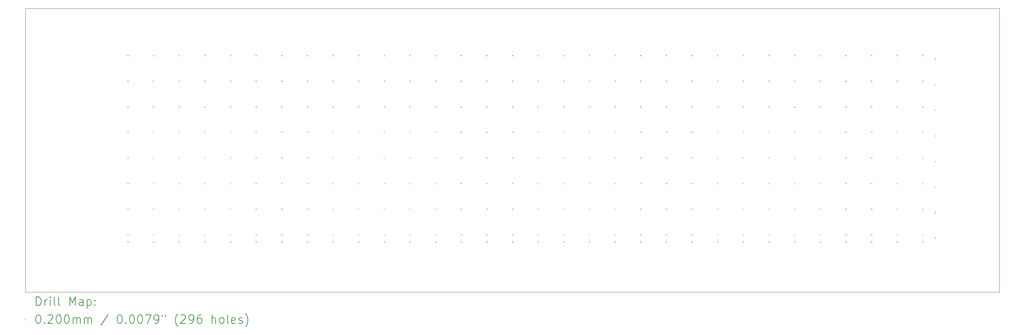
<source format=gbr>
%TF.GenerationSoftware,KiCad,Pcbnew,6.0.8+dfsg-1~bpo11+1*%
%TF.CreationDate,2023-03-24T18:57:53-04:00*%
%TF.ProjectId,captouch_sensor_baseline,63617074-6f75-4636-985f-73656e736f72,rev?*%
%TF.SameCoordinates,Original*%
%TF.FileFunction,Drillmap*%
%TF.FilePolarity,Positive*%
%FSLAX45Y45*%
G04 Gerber Fmt 4.5, Leading zero omitted, Abs format (unit mm)*
G04 Created by KiCad (PCBNEW 6.0.8+dfsg-1~bpo11+1) date 2023-03-24 18:57:53*
%MOMM*%
%LPD*%
G01*
G04 APERTURE LIST*
%ADD10C,0.100000*%
%ADD11C,0.200000*%
%ADD12C,0.020000*%
G04 APERTURE END LIST*
D10*
X4217500Y-4700000D02*
X27005000Y-4700000D01*
X27005000Y-4700000D02*
X27005000Y-11355000D01*
X27005000Y-11355000D02*
X4217500Y-11355000D01*
X4217500Y-11355000D02*
X4217500Y-4700000D01*
D11*
D12*
X6602500Y-5797500D02*
X6622500Y-5817500D01*
X6622500Y-5797500D02*
X6602500Y-5817500D01*
X6602500Y-6397500D02*
X6622500Y-6417500D01*
X6622500Y-6397500D02*
X6602500Y-6417500D01*
X6602500Y-6997500D02*
X6622500Y-7017500D01*
X6622500Y-6997500D02*
X6602500Y-7017500D01*
X6602500Y-7597500D02*
X6622500Y-7617500D01*
X6622500Y-7597500D02*
X6602500Y-7617500D01*
X6602500Y-8197500D02*
X6622500Y-8217500D01*
X6622500Y-8197500D02*
X6602500Y-8217500D01*
X6602500Y-8797500D02*
X6622500Y-8817500D01*
X6622500Y-8797500D02*
X6602500Y-8817500D01*
X6602500Y-9397500D02*
X6622500Y-9417500D01*
X6622500Y-9397500D02*
X6602500Y-9417500D01*
X6602500Y-9997500D02*
X6622500Y-10017500D01*
X6622500Y-9997500D02*
X6602500Y-10017500D01*
X6602500Y-10165000D02*
X6622500Y-10185000D01*
X6622500Y-10165000D02*
X6602500Y-10185000D01*
X7202500Y-5797500D02*
X7222500Y-5817500D01*
X7222500Y-5797500D02*
X7202500Y-5817500D01*
X7202500Y-6397500D02*
X7222500Y-6417500D01*
X7222500Y-6397500D02*
X7202500Y-6417500D01*
X7202500Y-6997500D02*
X7222500Y-7017500D01*
X7222500Y-6997500D02*
X7202500Y-7017500D01*
X7202500Y-7597500D02*
X7222500Y-7617500D01*
X7222500Y-7597500D02*
X7202500Y-7617500D01*
X7202500Y-8197500D02*
X7222500Y-8217500D01*
X7222500Y-8197500D02*
X7202500Y-8217500D01*
X7202500Y-8797500D02*
X7222500Y-8817500D01*
X7222500Y-8797500D02*
X7202500Y-8817500D01*
X7202500Y-9397500D02*
X7222500Y-9417500D01*
X7222500Y-9397500D02*
X7202500Y-9417500D01*
X7202500Y-9997500D02*
X7222500Y-10017500D01*
X7222500Y-9997500D02*
X7202500Y-10017500D01*
X7202500Y-10165000D02*
X7222500Y-10185000D01*
X7222500Y-10165000D02*
X7202500Y-10185000D01*
X7802500Y-5797500D02*
X7822500Y-5817500D01*
X7822500Y-5797500D02*
X7802500Y-5817500D01*
X7802500Y-6397500D02*
X7822500Y-6417500D01*
X7822500Y-6397500D02*
X7802500Y-6417500D01*
X7802500Y-6997500D02*
X7822500Y-7017500D01*
X7822500Y-6997500D02*
X7802500Y-7017500D01*
X7802500Y-7597500D02*
X7822500Y-7617500D01*
X7822500Y-7597500D02*
X7802500Y-7617500D01*
X7802500Y-8197500D02*
X7822500Y-8217500D01*
X7822500Y-8197500D02*
X7802500Y-8217500D01*
X7802500Y-8797500D02*
X7822500Y-8817500D01*
X7822500Y-8797500D02*
X7802500Y-8817500D01*
X7802500Y-9397500D02*
X7822500Y-9417500D01*
X7822500Y-9397500D02*
X7802500Y-9417500D01*
X7802500Y-9997500D02*
X7822500Y-10017500D01*
X7822500Y-9997500D02*
X7802500Y-10017500D01*
X7802500Y-10165000D02*
X7822500Y-10185000D01*
X7822500Y-10165000D02*
X7802500Y-10185000D01*
X8402500Y-5797500D02*
X8422500Y-5817500D01*
X8422500Y-5797500D02*
X8402500Y-5817500D01*
X8402500Y-6397500D02*
X8422500Y-6417500D01*
X8422500Y-6397500D02*
X8402500Y-6417500D01*
X8402500Y-6997500D02*
X8422500Y-7017500D01*
X8422500Y-6997500D02*
X8402500Y-7017500D01*
X8402500Y-7597500D02*
X8422500Y-7617500D01*
X8422500Y-7597500D02*
X8402500Y-7617500D01*
X8402500Y-8197500D02*
X8422500Y-8217500D01*
X8422500Y-8197500D02*
X8402500Y-8217500D01*
X8402500Y-8797500D02*
X8422500Y-8817500D01*
X8422500Y-8797500D02*
X8402500Y-8817500D01*
X8402500Y-9397500D02*
X8422500Y-9417500D01*
X8422500Y-9397500D02*
X8402500Y-9417500D01*
X8402500Y-9997500D02*
X8422500Y-10017500D01*
X8422500Y-9997500D02*
X8402500Y-10017500D01*
X8402500Y-10165000D02*
X8422500Y-10185000D01*
X8422500Y-10165000D02*
X8402500Y-10185000D01*
X9002500Y-5797500D02*
X9022500Y-5817500D01*
X9022500Y-5797500D02*
X9002500Y-5817500D01*
X9002500Y-6397500D02*
X9022500Y-6417500D01*
X9022500Y-6397500D02*
X9002500Y-6417500D01*
X9002500Y-6997500D02*
X9022500Y-7017500D01*
X9022500Y-6997500D02*
X9002500Y-7017500D01*
X9002500Y-7597500D02*
X9022500Y-7617500D01*
X9022500Y-7597500D02*
X9002500Y-7617500D01*
X9002500Y-8197500D02*
X9022500Y-8217500D01*
X9022500Y-8197500D02*
X9002500Y-8217500D01*
X9002500Y-8797500D02*
X9022500Y-8817500D01*
X9022500Y-8797500D02*
X9002500Y-8817500D01*
X9002500Y-9397500D02*
X9022500Y-9417500D01*
X9022500Y-9397500D02*
X9002500Y-9417500D01*
X9002500Y-9997500D02*
X9022500Y-10017500D01*
X9022500Y-9997500D02*
X9002500Y-10017500D01*
X9002500Y-10165000D02*
X9022500Y-10185000D01*
X9022500Y-10165000D02*
X9002500Y-10185000D01*
X9602500Y-5797500D02*
X9622500Y-5817500D01*
X9622500Y-5797500D02*
X9602500Y-5817500D01*
X9602500Y-6397500D02*
X9622500Y-6417500D01*
X9622500Y-6397500D02*
X9602500Y-6417500D01*
X9602500Y-6997500D02*
X9622500Y-7017500D01*
X9622500Y-6997500D02*
X9602500Y-7017500D01*
X9602500Y-7597500D02*
X9622500Y-7617500D01*
X9622500Y-7597500D02*
X9602500Y-7617500D01*
X9602500Y-8197500D02*
X9622500Y-8217500D01*
X9622500Y-8197500D02*
X9602500Y-8217500D01*
X9602500Y-8797500D02*
X9622500Y-8817500D01*
X9622500Y-8797500D02*
X9602500Y-8817500D01*
X9602500Y-9397500D02*
X9622500Y-9417500D01*
X9622500Y-9397500D02*
X9602500Y-9417500D01*
X9602500Y-9997500D02*
X9622500Y-10017500D01*
X9622500Y-9997500D02*
X9602500Y-10017500D01*
X9602500Y-10165000D02*
X9622500Y-10185000D01*
X9622500Y-10165000D02*
X9602500Y-10185000D01*
X10202500Y-5797500D02*
X10222500Y-5817500D01*
X10222500Y-5797500D02*
X10202500Y-5817500D01*
X10202500Y-6397500D02*
X10222500Y-6417500D01*
X10222500Y-6397500D02*
X10202500Y-6417500D01*
X10202500Y-6997500D02*
X10222500Y-7017500D01*
X10222500Y-6997500D02*
X10202500Y-7017500D01*
X10202500Y-7597500D02*
X10222500Y-7617500D01*
X10222500Y-7597500D02*
X10202500Y-7617500D01*
X10202500Y-8197500D02*
X10222500Y-8217500D01*
X10222500Y-8197500D02*
X10202500Y-8217500D01*
X10202500Y-8797500D02*
X10222500Y-8817500D01*
X10222500Y-8797500D02*
X10202500Y-8817500D01*
X10202500Y-9397500D02*
X10222500Y-9417500D01*
X10222500Y-9397500D02*
X10202500Y-9417500D01*
X10202500Y-9997500D02*
X10222500Y-10017500D01*
X10222500Y-9997500D02*
X10202500Y-10017500D01*
X10202500Y-10165000D02*
X10222500Y-10185000D01*
X10222500Y-10165000D02*
X10202500Y-10185000D01*
X10802500Y-5797500D02*
X10822500Y-5817500D01*
X10822500Y-5797500D02*
X10802500Y-5817500D01*
X10802500Y-6397500D02*
X10822500Y-6417500D01*
X10822500Y-6397500D02*
X10802500Y-6417500D01*
X10802500Y-6997500D02*
X10822500Y-7017500D01*
X10822500Y-6997500D02*
X10802500Y-7017500D01*
X10802500Y-7597500D02*
X10822500Y-7617500D01*
X10822500Y-7597500D02*
X10802500Y-7617500D01*
X10802500Y-8197500D02*
X10822500Y-8217500D01*
X10822500Y-8197500D02*
X10802500Y-8217500D01*
X10802500Y-8797500D02*
X10822500Y-8817500D01*
X10822500Y-8797500D02*
X10802500Y-8817500D01*
X10802500Y-9397500D02*
X10822500Y-9417500D01*
X10822500Y-9397500D02*
X10802500Y-9417500D01*
X10802500Y-9997500D02*
X10822500Y-10017500D01*
X10822500Y-9997500D02*
X10802500Y-10017500D01*
X10802500Y-10165000D02*
X10822500Y-10185000D01*
X10822500Y-10165000D02*
X10802500Y-10185000D01*
X11402500Y-5797500D02*
X11422500Y-5817500D01*
X11422500Y-5797500D02*
X11402500Y-5817500D01*
X11402500Y-6397500D02*
X11422500Y-6417500D01*
X11422500Y-6397500D02*
X11402500Y-6417500D01*
X11402500Y-6997500D02*
X11422500Y-7017500D01*
X11422500Y-6997500D02*
X11402500Y-7017500D01*
X11402500Y-7597500D02*
X11422500Y-7617500D01*
X11422500Y-7597500D02*
X11402500Y-7617500D01*
X11402500Y-8197500D02*
X11422500Y-8217500D01*
X11422500Y-8197500D02*
X11402500Y-8217500D01*
X11402500Y-8797500D02*
X11422500Y-8817500D01*
X11422500Y-8797500D02*
X11402500Y-8817500D01*
X11402500Y-9397500D02*
X11422500Y-9417500D01*
X11422500Y-9397500D02*
X11402500Y-9417500D01*
X11402500Y-9997500D02*
X11422500Y-10017500D01*
X11422500Y-9997500D02*
X11402500Y-10017500D01*
X11402500Y-10165000D02*
X11422500Y-10185000D01*
X11422500Y-10165000D02*
X11402500Y-10185000D01*
X12002500Y-5797500D02*
X12022500Y-5817500D01*
X12022500Y-5797500D02*
X12002500Y-5817500D01*
X12002500Y-6397500D02*
X12022500Y-6417500D01*
X12022500Y-6397500D02*
X12002500Y-6417500D01*
X12002500Y-6997500D02*
X12022500Y-7017500D01*
X12022500Y-6997500D02*
X12002500Y-7017500D01*
X12002500Y-7597500D02*
X12022500Y-7617500D01*
X12022500Y-7597500D02*
X12002500Y-7617500D01*
X12002500Y-8197500D02*
X12022500Y-8217500D01*
X12022500Y-8197500D02*
X12002500Y-8217500D01*
X12002500Y-8797500D02*
X12022500Y-8817500D01*
X12022500Y-8797500D02*
X12002500Y-8817500D01*
X12002500Y-9397500D02*
X12022500Y-9417500D01*
X12022500Y-9397500D02*
X12002500Y-9417500D01*
X12002500Y-9997500D02*
X12022500Y-10017500D01*
X12022500Y-9997500D02*
X12002500Y-10017500D01*
X12002500Y-10165000D02*
X12022500Y-10185000D01*
X12022500Y-10165000D02*
X12002500Y-10185000D01*
X12602500Y-5797500D02*
X12622500Y-5817500D01*
X12622500Y-5797500D02*
X12602500Y-5817500D01*
X12602500Y-6397500D02*
X12622500Y-6417500D01*
X12622500Y-6397500D02*
X12602500Y-6417500D01*
X12602500Y-6997500D02*
X12622500Y-7017500D01*
X12622500Y-6997500D02*
X12602500Y-7017500D01*
X12602500Y-7597500D02*
X12622500Y-7617500D01*
X12622500Y-7597500D02*
X12602500Y-7617500D01*
X12602500Y-8197500D02*
X12622500Y-8217500D01*
X12622500Y-8197500D02*
X12602500Y-8217500D01*
X12602500Y-8797500D02*
X12622500Y-8817500D01*
X12622500Y-8797500D02*
X12602500Y-8817500D01*
X12602500Y-9397500D02*
X12622500Y-9417500D01*
X12622500Y-9397500D02*
X12602500Y-9417500D01*
X12602500Y-9997500D02*
X12622500Y-10017500D01*
X12622500Y-9997500D02*
X12602500Y-10017500D01*
X12602500Y-10165000D02*
X12622500Y-10185000D01*
X12622500Y-10165000D02*
X12602500Y-10185000D01*
X13202500Y-5797500D02*
X13222500Y-5817500D01*
X13222500Y-5797500D02*
X13202500Y-5817500D01*
X13202500Y-6397500D02*
X13222500Y-6417500D01*
X13222500Y-6397500D02*
X13202500Y-6417500D01*
X13202500Y-6997500D02*
X13222500Y-7017500D01*
X13222500Y-6997500D02*
X13202500Y-7017500D01*
X13202500Y-7597500D02*
X13222500Y-7617500D01*
X13222500Y-7597500D02*
X13202500Y-7617500D01*
X13202500Y-8197500D02*
X13222500Y-8217500D01*
X13222500Y-8197500D02*
X13202500Y-8217500D01*
X13202500Y-8797500D02*
X13222500Y-8817500D01*
X13222500Y-8797500D02*
X13202500Y-8817500D01*
X13202500Y-9397500D02*
X13222500Y-9417500D01*
X13222500Y-9397500D02*
X13202500Y-9417500D01*
X13202500Y-9997500D02*
X13222500Y-10017500D01*
X13222500Y-9997500D02*
X13202500Y-10017500D01*
X13202500Y-10165000D02*
X13222500Y-10185000D01*
X13222500Y-10165000D02*
X13202500Y-10185000D01*
X13802500Y-5797500D02*
X13822500Y-5817500D01*
X13822500Y-5797500D02*
X13802500Y-5817500D01*
X13802500Y-6397500D02*
X13822500Y-6417500D01*
X13822500Y-6397500D02*
X13802500Y-6417500D01*
X13802500Y-6997500D02*
X13822500Y-7017500D01*
X13822500Y-6997500D02*
X13802500Y-7017500D01*
X13802500Y-7597500D02*
X13822500Y-7617500D01*
X13822500Y-7597500D02*
X13802500Y-7617500D01*
X13802500Y-8197500D02*
X13822500Y-8217500D01*
X13822500Y-8197500D02*
X13802500Y-8217500D01*
X13802500Y-8797500D02*
X13822500Y-8817500D01*
X13822500Y-8797500D02*
X13802500Y-8817500D01*
X13802500Y-9397500D02*
X13822500Y-9417500D01*
X13822500Y-9397500D02*
X13802500Y-9417500D01*
X13802500Y-9997500D02*
X13822500Y-10017500D01*
X13822500Y-9997500D02*
X13802500Y-10017500D01*
X13802500Y-10165000D02*
X13822500Y-10185000D01*
X13822500Y-10165000D02*
X13802500Y-10185000D01*
X14402500Y-5797500D02*
X14422500Y-5817500D01*
X14422500Y-5797500D02*
X14402500Y-5817500D01*
X14402500Y-6397500D02*
X14422500Y-6417500D01*
X14422500Y-6397500D02*
X14402500Y-6417500D01*
X14402500Y-6997500D02*
X14422500Y-7017500D01*
X14422500Y-6997500D02*
X14402500Y-7017500D01*
X14402500Y-7597500D02*
X14422500Y-7617500D01*
X14422500Y-7597500D02*
X14402500Y-7617500D01*
X14402500Y-8197500D02*
X14422500Y-8217500D01*
X14422500Y-8197500D02*
X14402500Y-8217500D01*
X14402500Y-8797500D02*
X14422500Y-8817500D01*
X14422500Y-8797500D02*
X14402500Y-8817500D01*
X14402500Y-9397500D02*
X14422500Y-9417500D01*
X14422500Y-9397500D02*
X14402500Y-9417500D01*
X14402500Y-9997500D02*
X14422500Y-10017500D01*
X14422500Y-9997500D02*
X14402500Y-10017500D01*
X14402500Y-10165000D02*
X14422500Y-10185000D01*
X14422500Y-10165000D02*
X14402500Y-10185000D01*
X15002500Y-5797500D02*
X15022500Y-5817500D01*
X15022500Y-5797500D02*
X15002500Y-5817500D01*
X15002500Y-6397500D02*
X15022500Y-6417500D01*
X15022500Y-6397500D02*
X15002500Y-6417500D01*
X15002500Y-6997500D02*
X15022500Y-7017500D01*
X15022500Y-6997500D02*
X15002500Y-7017500D01*
X15002500Y-7597500D02*
X15022500Y-7617500D01*
X15022500Y-7597500D02*
X15002500Y-7617500D01*
X15002500Y-8197500D02*
X15022500Y-8217500D01*
X15022500Y-8197500D02*
X15002500Y-8217500D01*
X15002500Y-8797500D02*
X15022500Y-8817500D01*
X15022500Y-8797500D02*
X15002500Y-8817500D01*
X15002500Y-9397500D02*
X15022500Y-9417500D01*
X15022500Y-9397500D02*
X15002500Y-9417500D01*
X15002500Y-9997500D02*
X15022500Y-10017500D01*
X15022500Y-9997500D02*
X15002500Y-10017500D01*
X15002500Y-10165000D02*
X15022500Y-10185000D01*
X15022500Y-10165000D02*
X15002500Y-10185000D01*
X15602500Y-5797500D02*
X15622500Y-5817500D01*
X15622500Y-5797500D02*
X15602500Y-5817500D01*
X15602500Y-6397500D02*
X15622500Y-6417500D01*
X15622500Y-6397500D02*
X15602500Y-6417500D01*
X15602500Y-6997500D02*
X15622500Y-7017500D01*
X15622500Y-6997500D02*
X15602500Y-7017500D01*
X15602500Y-7597500D02*
X15622500Y-7617500D01*
X15622500Y-7597500D02*
X15602500Y-7617500D01*
X15602500Y-8197500D02*
X15622500Y-8217500D01*
X15622500Y-8197500D02*
X15602500Y-8217500D01*
X15602500Y-8797500D02*
X15622500Y-8817500D01*
X15622500Y-8797500D02*
X15602500Y-8817500D01*
X15602500Y-9397500D02*
X15622500Y-9417500D01*
X15622500Y-9397500D02*
X15602500Y-9417500D01*
X15602500Y-9997500D02*
X15622500Y-10017500D01*
X15622500Y-9997500D02*
X15602500Y-10017500D01*
X15602500Y-10165000D02*
X15622500Y-10185000D01*
X15622500Y-10165000D02*
X15602500Y-10185000D01*
X16202500Y-5797500D02*
X16222500Y-5817500D01*
X16222500Y-5797500D02*
X16202500Y-5817500D01*
X16202500Y-6397500D02*
X16222500Y-6417500D01*
X16222500Y-6397500D02*
X16202500Y-6417500D01*
X16202500Y-6997500D02*
X16222500Y-7017500D01*
X16222500Y-6997500D02*
X16202500Y-7017500D01*
X16202500Y-7597500D02*
X16222500Y-7617500D01*
X16222500Y-7597500D02*
X16202500Y-7617500D01*
X16202500Y-8197500D02*
X16222500Y-8217500D01*
X16222500Y-8197500D02*
X16202500Y-8217500D01*
X16202500Y-8797500D02*
X16222500Y-8817500D01*
X16222500Y-8797500D02*
X16202500Y-8817500D01*
X16202500Y-9397500D02*
X16222500Y-9417500D01*
X16222500Y-9397500D02*
X16202500Y-9417500D01*
X16202500Y-9997500D02*
X16222500Y-10017500D01*
X16222500Y-9997500D02*
X16202500Y-10017500D01*
X16202500Y-10165000D02*
X16222500Y-10185000D01*
X16222500Y-10165000D02*
X16202500Y-10185000D01*
X16802500Y-5797500D02*
X16822500Y-5817500D01*
X16822500Y-5797500D02*
X16802500Y-5817500D01*
X16802500Y-6397500D02*
X16822500Y-6417500D01*
X16822500Y-6397500D02*
X16802500Y-6417500D01*
X16802500Y-6997500D02*
X16822500Y-7017500D01*
X16822500Y-6997500D02*
X16802500Y-7017500D01*
X16802500Y-7597500D02*
X16822500Y-7617500D01*
X16822500Y-7597500D02*
X16802500Y-7617500D01*
X16802500Y-8197500D02*
X16822500Y-8217500D01*
X16822500Y-8197500D02*
X16802500Y-8217500D01*
X16802500Y-8797500D02*
X16822500Y-8817500D01*
X16822500Y-8797500D02*
X16802500Y-8817500D01*
X16802500Y-9397500D02*
X16822500Y-9417500D01*
X16822500Y-9397500D02*
X16802500Y-9417500D01*
X16802500Y-9997500D02*
X16822500Y-10017500D01*
X16822500Y-9997500D02*
X16802500Y-10017500D01*
X16802500Y-10165000D02*
X16822500Y-10185000D01*
X16822500Y-10165000D02*
X16802500Y-10185000D01*
X17402500Y-5797500D02*
X17422500Y-5817500D01*
X17422500Y-5797500D02*
X17402500Y-5817500D01*
X17402500Y-6397500D02*
X17422500Y-6417500D01*
X17422500Y-6397500D02*
X17402500Y-6417500D01*
X17402500Y-6997500D02*
X17422500Y-7017500D01*
X17422500Y-6997500D02*
X17402500Y-7017500D01*
X17402500Y-7597500D02*
X17422500Y-7617500D01*
X17422500Y-7597500D02*
X17402500Y-7617500D01*
X17402500Y-8197500D02*
X17422500Y-8217500D01*
X17422500Y-8197500D02*
X17402500Y-8217500D01*
X17402500Y-8797500D02*
X17422500Y-8817500D01*
X17422500Y-8797500D02*
X17402500Y-8817500D01*
X17402500Y-9397500D02*
X17422500Y-9417500D01*
X17422500Y-9397500D02*
X17402500Y-9417500D01*
X17402500Y-9997500D02*
X17422500Y-10017500D01*
X17422500Y-9997500D02*
X17402500Y-10017500D01*
X17402500Y-10165000D02*
X17422500Y-10185000D01*
X17422500Y-10165000D02*
X17402500Y-10185000D01*
X18002500Y-5797500D02*
X18022500Y-5817500D01*
X18022500Y-5797500D02*
X18002500Y-5817500D01*
X18002500Y-6397500D02*
X18022500Y-6417500D01*
X18022500Y-6397500D02*
X18002500Y-6417500D01*
X18002500Y-6997500D02*
X18022500Y-7017500D01*
X18022500Y-6997500D02*
X18002500Y-7017500D01*
X18002500Y-7597500D02*
X18022500Y-7617500D01*
X18022500Y-7597500D02*
X18002500Y-7617500D01*
X18002500Y-8197500D02*
X18022500Y-8217500D01*
X18022500Y-8197500D02*
X18002500Y-8217500D01*
X18002500Y-8797500D02*
X18022500Y-8817500D01*
X18022500Y-8797500D02*
X18002500Y-8817500D01*
X18002500Y-9397500D02*
X18022500Y-9417500D01*
X18022500Y-9397500D02*
X18002500Y-9417500D01*
X18002500Y-9997500D02*
X18022500Y-10017500D01*
X18022500Y-9997500D02*
X18002500Y-10017500D01*
X18002500Y-10165000D02*
X18022500Y-10185000D01*
X18022500Y-10165000D02*
X18002500Y-10185000D01*
X18602500Y-5797500D02*
X18622500Y-5817500D01*
X18622500Y-5797500D02*
X18602500Y-5817500D01*
X18602500Y-6397500D02*
X18622500Y-6417500D01*
X18622500Y-6397500D02*
X18602500Y-6417500D01*
X18602500Y-6997500D02*
X18622500Y-7017500D01*
X18622500Y-6997500D02*
X18602500Y-7017500D01*
X18602500Y-7597500D02*
X18622500Y-7617500D01*
X18622500Y-7597500D02*
X18602500Y-7617500D01*
X18602500Y-8197500D02*
X18622500Y-8217500D01*
X18622500Y-8197500D02*
X18602500Y-8217500D01*
X18602500Y-8797500D02*
X18622500Y-8817500D01*
X18622500Y-8797500D02*
X18602500Y-8817500D01*
X18602500Y-9397500D02*
X18622500Y-9417500D01*
X18622500Y-9397500D02*
X18602500Y-9417500D01*
X18602500Y-9997500D02*
X18622500Y-10017500D01*
X18622500Y-9997500D02*
X18602500Y-10017500D01*
X18602500Y-10165000D02*
X18622500Y-10185000D01*
X18622500Y-10165000D02*
X18602500Y-10185000D01*
X19202500Y-5797500D02*
X19222500Y-5817500D01*
X19222500Y-5797500D02*
X19202500Y-5817500D01*
X19202500Y-6397500D02*
X19222500Y-6417500D01*
X19222500Y-6397500D02*
X19202500Y-6417500D01*
X19202500Y-6997500D02*
X19222500Y-7017500D01*
X19222500Y-6997500D02*
X19202500Y-7017500D01*
X19202500Y-7597500D02*
X19222500Y-7617500D01*
X19222500Y-7597500D02*
X19202500Y-7617500D01*
X19202500Y-8197500D02*
X19222500Y-8217500D01*
X19222500Y-8197500D02*
X19202500Y-8217500D01*
X19202500Y-8797500D02*
X19222500Y-8817500D01*
X19222500Y-8797500D02*
X19202500Y-8817500D01*
X19202500Y-9397500D02*
X19222500Y-9417500D01*
X19222500Y-9397500D02*
X19202500Y-9417500D01*
X19202500Y-9997500D02*
X19222500Y-10017500D01*
X19222500Y-9997500D02*
X19202500Y-10017500D01*
X19202500Y-10165000D02*
X19222500Y-10185000D01*
X19222500Y-10165000D02*
X19202500Y-10185000D01*
X19802500Y-5797500D02*
X19822500Y-5817500D01*
X19822500Y-5797500D02*
X19802500Y-5817500D01*
X19802500Y-6397500D02*
X19822500Y-6417500D01*
X19822500Y-6397500D02*
X19802500Y-6417500D01*
X19802500Y-6997500D02*
X19822500Y-7017500D01*
X19822500Y-6997500D02*
X19802500Y-7017500D01*
X19802500Y-7597500D02*
X19822500Y-7617500D01*
X19822500Y-7597500D02*
X19802500Y-7617500D01*
X19802500Y-8197500D02*
X19822500Y-8217500D01*
X19822500Y-8197500D02*
X19802500Y-8217500D01*
X19802500Y-8797500D02*
X19822500Y-8817500D01*
X19822500Y-8797500D02*
X19802500Y-8817500D01*
X19802500Y-9397500D02*
X19822500Y-9417500D01*
X19822500Y-9397500D02*
X19802500Y-9417500D01*
X19802500Y-9997500D02*
X19822500Y-10017500D01*
X19822500Y-9997500D02*
X19802500Y-10017500D01*
X19802500Y-10165000D02*
X19822500Y-10185000D01*
X19822500Y-10165000D02*
X19802500Y-10185000D01*
X20402500Y-5797500D02*
X20422500Y-5817500D01*
X20422500Y-5797500D02*
X20402500Y-5817500D01*
X20402500Y-6397500D02*
X20422500Y-6417500D01*
X20422500Y-6397500D02*
X20402500Y-6417500D01*
X20402500Y-6997500D02*
X20422500Y-7017500D01*
X20422500Y-6997500D02*
X20402500Y-7017500D01*
X20402500Y-7597500D02*
X20422500Y-7617500D01*
X20422500Y-7597500D02*
X20402500Y-7617500D01*
X20402500Y-8197500D02*
X20422500Y-8217500D01*
X20422500Y-8197500D02*
X20402500Y-8217500D01*
X20402500Y-8797500D02*
X20422500Y-8817500D01*
X20422500Y-8797500D02*
X20402500Y-8817500D01*
X20402500Y-9397500D02*
X20422500Y-9417500D01*
X20422500Y-9397500D02*
X20402500Y-9417500D01*
X20402500Y-9997500D02*
X20422500Y-10017500D01*
X20422500Y-9997500D02*
X20402500Y-10017500D01*
X20402500Y-10165000D02*
X20422500Y-10185000D01*
X20422500Y-10165000D02*
X20402500Y-10185000D01*
X21002500Y-5797500D02*
X21022500Y-5817500D01*
X21022500Y-5797500D02*
X21002500Y-5817500D01*
X21002500Y-6397500D02*
X21022500Y-6417500D01*
X21022500Y-6397500D02*
X21002500Y-6417500D01*
X21002500Y-6997500D02*
X21022500Y-7017500D01*
X21022500Y-6997500D02*
X21002500Y-7017500D01*
X21002500Y-7597500D02*
X21022500Y-7617500D01*
X21022500Y-7597500D02*
X21002500Y-7617500D01*
X21002500Y-8197500D02*
X21022500Y-8217500D01*
X21022500Y-8197500D02*
X21002500Y-8217500D01*
X21002500Y-8797500D02*
X21022500Y-8817500D01*
X21022500Y-8797500D02*
X21002500Y-8817500D01*
X21002500Y-9397500D02*
X21022500Y-9417500D01*
X21022500Y-9397500D02*
X21002500Y-9417500D01*
X21002500Y-9997500D02*
X21022500Y-10017500D01*
X21022500Y-9997500D02*
X21002500Y-10017500D01*
X21002500Y-10165000D02*
X21022500Y-10185000D01*
X21022500Y-10165000D02*
X21002500Y-10185000D01*
X21602500Y-5797500D02*
X21622500Y-5817500D01*
X21622500Y-5797500D02*
X21602500Y-5817500D01*
X21602500Y-6397500D02*
X21622500Y-6417500D01*
X21622500Y-6397500D02*
X21602500Y-6417500D01*
X21602500Y-6997500D02*
X21622500Y-7017500D01*
X21622500Y-6997500D02*
X21602500Y-7017500D01*
X21602500Y-7597500D02*
X21622500Y-7617500D01*
X21622500Y-7597500D02*
X21602500Y-7617500D01*
X21602500Y-8197500D02*
X21622500Y-8217500D01*
X21622500Y-8197500D02*
X21602500Y-8217500D01*
X21602500Y-8797500D02*
X21622500Y-8817500D01*
X21622500Y-8797500D02*
X21602500Y-8817500D01*
X21602500Y-9397500D02*
X21622500Y-9417500D01*
X21622500Y-9397500D02*
X21602500Y-9417500D01*
X21602500Y-9997500D02*
X21622500Y-10017500D01*
X21622500Y-9997500D02*
X21602500Y-10017500D01*
X21602500Y-10165000D02*
X21622500Y-10185000D01*
X21622500Y-10165000D02*
X21602500Y-10185000D01*
X22202500Y-5797500D02*
X22222500Y-5817500D01*
X22222500Y-5797500D02*
X22202500Y-5817500D01*
X22202500Y-6397500D02*
X22222500Y-6417500D01*
X22222500Y-6397500D02*
X22202500Y-6417500D01*
X22202500Y-6997500D02*
X22222500Y-7017500D01*
X22222500Y-6997500D02*
X22202500Y-7017500D01*
X22202500Y-7597500D02*
X22222500Y-7617500D01*
X22222500Y-7597500D02*
X22202500Y-7617500D01*
X22202500Y-8197500D02*
X22222500Y-8217500D01*
X22222500Y-8197500D02*
X22202500Y-8217500D01*
X22202500Y-8797500D02*
X22222500Y-8817500D01*
X22222500Y-8797500D02*
X22202500Y-8817500D01*
X22202500Y-9397500D02*
X22222500Y-9417500D01*
X22222500Y-9397500D02*
X22202500Y-9417500D01*
X22202500Y-9997500D02*
X22222500Y-10017500D01*
X22222500Y-9997500D02*
X22202500Y-10017500D01*
X22202500Y-10165000D02*
X22222500Y-10185000D01*
X22222500Y-10165000D02*
X22202500Y-10185000D01*
X22802500Y-5797500D02*
X22822500Y-5817500D01*
X22822500Y-5797500D02*
X22802500Y-5817500D01*
X22802500Y-6397500D02*
X22822500Y-6417500D01*
X22822500Y-6397500D02*
X22802500Y-6417500D01*
X22802500Y-6997500D02*
X22822500Y-7017500D01*
X22822500Y-6997500D02*
X22802500Y-7017500D01*
X22802500Y-7597500D02*
X22822500Y-7617500D01*
X22822500Y-7597500D02*
X22802500Y-7617500D01*
X22802500Y-8197500D02*
X22822500Y-8217500D01*
X22822500Y-8197500D02*
X22802500Y-8217500D01*
X22802500Y-8797500D02*
X22822500Y-8817500D01*
X22822500Y-8797500D02*
X22802500Y-8817500D01*
X22802500Y-9397500D02*
X22822500Y-9417500D01*
X22822500Y-9397500D02*
X22802500Y-9417500D01*
X22802500Y-9997500D02*
X22822500Y-10017500D01*
X22822500Y-9997500D02*
X22802500Y-10017500D01*
X22802500Y-10165000D02*
X22822500Y-10185000D01*
X22822500Y-10165000D02*
X22802500Y-10185000D01*
X23402500Y-5797500D02*
X23422500Y-5817500D01*
X23422500Y-5797500D02*
X23402500Y-5817500D01*
X23402500Y-6397500D02*
X23422500Y-6417500D01*
X23422500Y-6397500D02*
X23402500Y-6417500D01*
X23402500Y-6997500D02*
X23422500Y-7017500D01*
X23422500Y-6997500D02*
X23402500Y-7017500D01*
X23402500Y-7597500D02*
X23422500Y-7617500D01*
X23422500Y-7597500D02*
X23402500Y-7617500D01*
X23402500Y-8197500D02*
X23422500Y-8217500D01*
X23422500Y-8197500D02*
X23402500Y-8217500D01*
X23402500Y-8797500D02*
X23422500Y-8817500D01*
X23422500Y-8797500D02*
X23402500Y-8817500D01*
X23402500Y-9397500D02*
X23422500Y-9417500D01*
X23422500Y-9397500D02*
X23402500Y-9417500D01*
X23402500Y-9997500D02*
X23422500Y-10017500D01*
X23422500Y-9997500D02*
X23402500Y-10017500D01*
X23402500Y-10165000D02*
X23422500Y-10185000D01*
X23422500Y-10165000D02*
X23402500Y-10185000D01*
X24002500Y-5797500D02*
X24022500Y-5817500D01*
X24022500Y-5797500D02*
X24002500Y-5817500D01*
X24002500Y-6397500D02*
X24022500Y-6417500D01*
X24022500Y-6397500D02*
X24002500Y-6417500D01*
X24002500Y-6997500D02*
X24022500Y-7017500D01*
X24022500Y-6997500D02*
X24002500Y-7017500D01*
X24002500Y-7597500D02*
X24022500Y-7617500D01*
X24022500Y-7597500D02*
X24002500Y-7617500D01*
X24002500Y-8197500D02*
X24022500Y-8217500D01*
X24022500Y-8197500D02*
X24002500Y-8217500D01*
X24002500Y-8797500D02*
X24022500Y-8817500D01*
X24022500Y-8797500D02*
X24002500Y-8817500D01*
X24002500Y-9397500D02*
X24022500Y-9417500D01*
X24022500Y-9397500D02*
X24002500Y-9417500D01*
X24002500Y-9997500D02*
X24022500Y-10017500D01*
X24022500Y-9997500D02*
X24002500Y-10017500D01*
X24002500Y-10165000D02*
X24022500Y-10185000D01*
X24022500Y-10165000D02*
X24002500Y-10185000D01*
X24602500Y-5797500D02*
X24622500Y-5817500D01*
X24622500Y-5797500D02*
X24602500Y-5817500D01*
X24602500Y-6397500D02*
X24622500Y-6417500D01*
X24622500Y-6397500D02*
X24602500Y-6417500D01*
X24602500Y-6997500D02*
X24622500Y-7017500D01*
X24622500Y-6997500D02*
X24602500Y-7017500D01*
X24602500Y-7597500D02*
X24622500Y-7617500D01*
X24622500Y-7597500D02*
X24602500Y-7617500D01*
X24602500Y-8197500D02*
X24622500Y-8217500D01*
X24622500Y-8197500D02*
X24602500Y-8217500D01*
X24602500Y-8797500D02*
X24622500Y-8817500D01*
X24622500Y-8797500D02*
X24602500Y-8817500D01*
X24602500Y-9397500D02*
X24622500Y-9417500D01*
X24622500Y-9397500D02*
X24602500Y-9417500D01*
X24602500Y-9997500D02*
X24622500Y-10017500D01*
X24622500Y-9997500D02*
X24602500Y-10017500D01*
X24602500Y-10165000D02*
X24622500Y-10185000D01*
X24622500Y-10165000D02*
X24602500Y-10185000D01*
X25202500Y-5797500D02*
X25222500Y-5817500D01*
X25222500Y-5797500D02*
X25202500Y-5817500D01*
X25202500Y-6397500D02*
X25222500Y-6417500D01*
X25222500Y-6397500D02*
X25202500Y-6417500D01*
X25202500Y-6997500D02*
X25222500Y-7017500D01*
X25222500Y-6997500D02*
X25202500Y-7017500D01*
X25202500Y-7597500D02*
X25222500Y-7617500D01*
X25222500Y-7597500D02*
X25202500Y-7617500D01*
X25202500Y-8197500D02*
X25222500Y-8217500D01*
X25222500Y-8197500D02*
X25202500Y-8217500D01*
X25202500Y-8797500D02*
X25222500Y-8817500D01*
X25222500Y-8797500D02*
X25202500Y-8817500D01*
X25202500Y-9397500D02*
X25222500Y-9417500D01*
X25222500Y-9397500D02*
X25202500Y-9417500D01*
X25202500Y-9997500D02*
X25222500Y-10017500D01*
X25222500Y-9997500D02*
X25202500Y-10017500D01*
X25202500Y-10165000D02*
X25222500Y-10185000D01*
X25222500Y-10165000D02*
X25202500Y-10185000D01*
X25495000Y-5880000D02*
X25515000Y-5900000D01*
X25515000Y-5880000D02*
X25495000Y-5900000D01*
X25495000Y-6480000D02*
X25515000Y-6500000D01*
X25515000Y-6480000D02*
X25495000Y-6500000D01*
X25495000Y-7080000D02*
X25515000Y-7100000D01*
X25515000Y-7080000D02*
X25495000Y-7100000D01*
X25495000Y-7680000D02*
X25515000Y-7700000D01*
X25515000Y-7680000D02*
X25495000Y-7700000D01*
X25495000Y-8280000D02*
X25515000Y-8300000D01*
X25515000Y-8280000D02*
X25495000Y-8300000D01*
X25495000Y-8880000D02*
X25515000Y-8900000D01*
X25515000Y-8880000D02*
X25495000Y-8900000D01*
X25495000Y-9480000D02*
X25515000Y-9500000D01*
X25515000Y-9480000D02*
X25495000Y-9500000D01*
X25495000Y-10080000D02*
X25515000Y-10100000D01*
X25515000Y-10080000D02*
X25495000Y-10100000D01*
D11*
X4470119Y-11670476D02*
X4470119Y-11470476D01*
X4517738Y-11470476D01*
X4546310Y-11480000D01*
X4565357Y-11499048D01*
X4574881Y-11518095D01*
X4584405Y-11556190D01*
X4584405Y-11584762D01*
X4574881Y-11622857D01*
X4565357Y-11641905D01*
X4546310Y-11660952D01*
X4517738Y-11670476D01*
X4470119Y-11670476D01*
X4670119Y-11670476D02*
X4670119Y-11537143D01*
X4670119Y-11575238D02*
X4679643Y-11556190D01*
X4689167Y-11546667D01*
X4708214Y-11537143D01*
X4727262Y-11537143D01*
X4793929Y-11670476D02*
X4793929Y-11537143D01*
X4793929Y-11470476D02*
X4784405Y-11480000D01*
X4793929Y-11489524D01*
X4803452Y-11480000D01*
X4793929Y-11470476D01*
X4793929Y-11489524D01*
X4917738Y-11670476D02*
X4898690Y-11660952D01*
X4889167Y-11641905D01*
X4889167Y-11470476D01*
X5022500Y-11670476D02*
X5003452Y-11660952D01*
X4993929Y-11641905D01*
X4993929Y-11470476D01*
X5251071Y-11670476D02*
X5251071Y-11470476D01*
X5317738Y-11613333D01*
X5384405Y-11470476D01*
X5384405Y-11670476D01*
X5565357Y-11670476D02*
X5565357Y-11565714D01*
X5555833Y-11546667D01*
X5536786Y-11537143D01*
X5498690Y-11537143D01*
X5479643Y-11546667D01*
X5565357Y-11660952D02*
X5546310Y-11670476D01*
X5498690Y-11670476D01*
X5479643Y-11660952D01*
X5470119Y-11641905D01*
X5470119Y-11622857D01*
X5479643Y-11603809D01*
X5498690Y-11594286D01*
X5546310Y-11594286D01*
X5565357Y-11584762D01*
X5660595Y-11537143D02*
X5660595Y-11737143D01*
X5660595Y-11546667D02*
X5679643Y-11537143D01*
X5717738Y-11537143D01*
X5736786Y-11546667D01*
X5746309Y-11556190D01*
X5755833Y-11575238D01*
X5755833Y-11632381D01*
X5746309Y-11651428D01*
X5736786Y-11660952D01*
X5717738Y-11670476D01*
X5679643Y-11670476D01*
X5660595Y-11660952D01*
X5841548Y-11651428D02*
X5851071Y-11660952D01*
X5841548Y-11670476D01*
X5832024Y-11660952D01*
X5841548Y-11651428D01*
X5841548Y-11670476D01*
X5841548Y-11546667D02*
X5851071Y-11556190D01*
X5841548Y-11565714D01*
X5832024Y-11556190D01*
X5841548Y-11546667D01*
X5841548Y-11565714D01*
D12*
X4192500Y-11990000D02*
X4212500Y-12010000D01*
X4212500Y-11990000D02*
X4192500Y-12010000D01*
D11*
X4508214Y-11890476D02*
X4527262Y-11890476D01*
X4546310Y-11900000D01*
X4555833Y-11909524D01*
X4565357Y-11928571D01*
X4574881Y-11966667D01*
X4574881Y-12014286D01*
X4565357Y-12052381D01*
X4555833Y-12071428D01*
X4546310Y-12080952D01*
X4527262Y-12090476D01*
X4508214Y-12090476D01*
X4489167Y-12080952D01*
X4479643Y-12071428D01*
X4470119Y-12052381D01*
X4460595Y-12014286D01*
X4460595Y-11966667D01*
X4470119Y-11928571D01*
X4479643Y-11909524D01*
X4489167Y-11900000D01*
X4508214Y-11890476D01*
X4660595Y-12071428D02*
X4670119Y-12080952D01*
X4660595Y-12090476D01*
X4651071Y-12080952D01*
X4660595Y-12071428D01*
X4660595Y-12090476D01*
X4746310Y-11909524D02*
X4755833Y-11900000D01*
X4774881Y-11890476D01*
X4822500Y-11890476D01*
X4841548Y-11900000D01*
X4851071Y-11909524D01*
X4860595Y-11928571D01*
X4860595Y-11947619D01*
X4851071Y-11976190D01*
X4736786Y-12090476D01*
X4860595Y-12090476D01*
X4984405Y-11890476D02*
X5003452Y-11890476D01*
X5022500Y-11900000D01*
X5032024Y-11909524D01*
X5041548Y-11928571D01*
X5051071Y-11966667D01*
X5051071Y-12014286D01*
X5041548Y-12052381D01*
X5032024Y-12071428D01*
X5022500Y-12080952D01*
X5003452Y-12090476D01*
X4984405Y-12090476D01*
X4965357Y-12080952D01*
X4955833Y-12071428D01*
X4946310Y-12052381D01*
X4936786Y-12014286D01*
X4936786Y-11966667D01*
X4946310Y-11928571D01*
X4955833Y-11909524D01*
X4965357Y-11900000D01*
X4984405Y-11890476D01*
X5174881Y-11890476D02*
X5193929Y-11890476D01*
X5212976Y-11900000D01*
X5222500Y-11909524D01*
X5232024Y-11928571D01*
X5241548Y-11966667D01*
X5241548Y-12014286D01*
X5232024Y-12052381D01*
X5222500Y-12071428D01*
X5212976Y-12080952D01*
X5193929Y-12090476D01*
X5174881Y-12090476D01*
X5155833Y-12080952D01*
X5146310Y-12071428D01*
X5136786Y-12052381D01*
X5127262Y-12014286D01*
X5127262Y-11966667D01*
X5136786Y-11928571D01*
X5146310Y-11909524D01*
X5155833Y-11900000D01*
X5174881Y-11890476D01*
X5327262Y-12090476D02*
X5327262Y-11957143D01*
X5327262Y-11976190D02*
X5336786Y-11966667D01*
X5355833Y-11957143D01*
X5384405Y-11957143D01*
X5403452Y-11966667D01*
X5412976Y-11985714D01*
X5412976Y-12090476D01*
X5412976Y-11985714D02*
X5422500Y-11966667D01*
X5441548Y-11957143D01*
X5470119Y-11957143D01*
X5489167Y-11966667D01*
X5498690Y-11985714D01*
X5498690Y-12090476D01*
X5593928Y-12090476D02*
X5593928Y-11957143D01*
X5593928Y-11976190D02*
X5603452Y-11966667D01*
X5622500Y-11957143D01*
X5651071Y-11957143D01*
X5670119Y-11966667D01*
X5679643Y-11985714D01*
X5679643Y-12090476D01*
X5679643Y-11985714D02*
X5689167Y-11966667D01*
X5708214Y-11957143D01*
X5736786Y-11957143D01*
X5755833Y-11966667D01*
X5765357Y-11985714D01*
X5765357Y-12090476D01*
X6155833Y-11880952D02*
X5984405Y-12138095D01*
X6412976Y-11890476D02*
X6432024Y-11890476D01*
X6451071Y-11900000D01*
X6460595Y-11909524D01*
X6470119Y-11928571D01*
X6479643Y-11966667D01*
X6479643Y-12014286D01*
X6470119Y-12052381D01*
X6460595Y-12071428D01*
X6451071Y-12080952D01*
X6432024Y-12090476D01*
X6412976Y-12090476D01*
X6393928Y-12080952D01*
X6384405Y-12071428D01*
X6374881Y-12052381D01*
X6365357Y-12014286D01*
X6365357Y-11966667D01*
X6374881Y-11928571D01*
X6384405Y-11909524D01*
X6393928Y-11900000D01*
X6412976Y-11890476D01*
X6565357Y-12071428D02*
X6574881Y-12080952D01*
X6565357Y-12090476D01*
X6555833Y-12080952D01*
X6565357Y-12071428D01*
X6565357Y-12090476D01*
X6698690Y-11890476D02*
X6717738Y-11890476D01*
X6736786Y-11900000D01*
X6746309Y-11909524D01*
X6755833Y-11928571D01*
X6765357Y-11966667D01*
X6765357Y-12014286D01*
X6755833Y-12052381D01*
X6746309Y-12071428D01*
X6736786Y-12080952D01*
X6717738Y-12090476D01*
X6698690Y-12090476D01*
X6679643Y-12080952D01*
X6670119Y-12071428D01*
X6660595Y-12052381D01*
X6651071Y-12014286D01*
X6651071Y-11966667D01*
X6660595Y-11928571D01*
X6670119Y-11909524D01*
X6679643Y-11900000D01*
X6698690Y-11890476D01*
X6889167Y-11890476D02*
X6908214Y-11890476D01*
X6927262Y-11900000D01*
X6936786Y-11909524D01*
X6946309Y-11928571D01*
X6955833Y-11966667D01*
X6955833Y-12014286D01*
X6946309Y-12052381D01*
X6936786Y-12071428D01*
X6927262Y-12080952D01*
X6908214Y-12090476D01*
X6889167Y-12090476D01*
X6870119Y-12080952D01*
X6860595Y-12071428D01*
X6851071Y-12052381D01*
X6841548Y-12014286D01*
X6841548Y-11966667D01*
X6851071Y-11928571D01*
X6860595Y-11909524D01*
X6870119Y-11900000D01*
X6889167Y-11890476D01*
X7022500Y-11890476D02*
X7155833Y-11890476D01*
X7070119Y-12090476D01*
X7241548Y-12090476D02*
X7279643Y-12090476D01*
X7298690Y-12080952D01*
X7308214Y-12071428D01*
X7327262Y-12042857D01*
X7336786Y-12004762D01*
X7336786Y-11928571D01*
X7327262Y-11909524D01*
X7317738Y-11900000D01*
X7298690Y-11890476D01*
X7260595Y-11890476D01*
X7241548Y-11900000D01*
X7232024Y-11909524D01*
X7222500Y-11928571D01*
X7222500Y-11976190D01*
X7232024Y-11995238D01*
X7241548Y-12004762D01*
X7260595Y-12014286D01*
X7298690Y-12014286D01*
X7317738Y-12004762D01*
X7327262Y-11995238D01*
X7336786Y-11976190D01*
X7412976Y-11890476D02*
X7412976Y-11928571D01*
X7489167Y-11890476D02*
X7489167Y-11928571D01*
X7784405Y-12166667D02*
X7774881Y-12157143D01*
X7755833Y-12128571D01*
X7746309Y-12109524D01*
X7736786Y-12080952D01*
X7727262Y-12033333D01*
X7727262Y-11995238D01*
X7736786Y-11947619D01*
X7746309Y-11919048D01*
X7755833Y-11900000D01*
X7774881Y-11871428D01*
X7784405Y-11861905D01*
X7851071Y-11909524D02*
X7860595Y-11900000D01*
X7879643Y-11890476D01*
X7927262Y-11890476D01*
X7946309Y-11900000D01*
X7955833Y-11909524D01*
X7965357Y-11928571D01*
X7965357Y-11947619D01*
X7955833Y-11976190D01*
X7841548Y-12090476D01*
X7965357Y-12090476D01*
X8060595Y-12090476D02*
X8098690Y-12090476D01*
X8117738Y-12080952D01*
X8127262Y-12071428D01*
X8146309Y-12042857D01*
X8155833Y-12004762D01*
X8155833Y-11928571D01*
X8146309Y-11909524D01*
X8136786Y-11900000D01*
X8117738Y-11890476D01*
X8079643Y-11890476D01*
X8060595Y-11900000D01*
X8051071Y-11909524D01*
X8041548Y-11928571D01*
X8041548Y-11976190D01*
X8051071Y-11995238D01*
X8060595Y-12004762D01*
X8079643Y-12014286D01*
X8117738Y-12014286D01*
X8136786Y-12004762D01*
X8146309Y-11995238D01*
X8155833Y-11976190D01*
X8327262Y-11890476D02*
X8289167Y-11890476D01*
X8270119Y-11900000D01*
X8260595Y-11909524D01*
X8241548Y-11938095D01*
X8232024Y-11976190D01*
X8232024Y-12052381D01*
X8241548Y-12071428D01*
X8251071Y-12080952D01*
X8270119Y-12090476D01*
X8308214Y-12090476D01*
X8327262Y-12080952D01*
X8336786Y-12071428D01*
X8346309Y-12052381D01*
X8346309Y-12004762D01*
X8336786Y-11985714D01*
X8327262Y-11976190D01*
X8308214Y-11966667D01*
X8270119Y-11966667D01*
X8251071Y-11976190D01*
X8241548Y-11985714D01*
X8232024Y-12004762D01*
X8584405Y-12090476D02*
X8584405Y-11890476D01*
X8670119Y-12090476D02*
X8670119Y-11985714D01*
X8660595Y-11966667D01*
X8641548Y-11957143D01*
X8612976Y-11957143D01*
X8593929Y-11966667D01*
X8584405Y-11976190D01*
X8793929Y-12090476D02*
X8774881Y-12080952D01*
X8765357Y-12071428D01*
X8755833Y-12052381D01*
X8755833Y-11995238D01*
X8765357Y-11976190D01*
X8774881Y-11966667D01*
X8793929Y-11957143D01*
X8822500Y-11957143D01*
X8841548Y-11966667D01*
X8851071Y-11976190D01*
X8860595Y-11995238D01*
X8860595Y-12052381D01*
X8851071Y-12071428D01*
X8841548Y-12080952D01*
X8822500Y-12090476D01*
X8793929Y-12090476D01*
X8974881Y-12090476D02*
X8955833Y-12080952D01*
X8946310Y-12061905D01*
X8946310Y-11890476D01*
X9127262Y-12080952D02*
X9108214Y-12090476D01*
X9070119Y-12090476D01*
X9051071Y-12080952D01*
X9041548Y-12061905D01*
X9041548Y-11985714D01*
X9051071Y-11966667D01*
X9070119Y-11957143D01*
X9108214Y-11957143D01*
X9127262Y-11966667D01*
X9136786Y-11985714D01*
X9136786Y-12004762D01*
X9041548Y-12023809D01*
X9212976Y-12080952D02*
X9232024Y-12090476D01*
X9270119Y-12090476D01*
X9289167Y-12080952D01*
X9298690Y-12061905D01*
X9298690Y-12052381D01*
X9289167Y-12033333D01*
X9270119Y-12023809D01*
X9241548Y-12023809D01*
X9222500Y-12014286D01*
X9212976Y-11995238D01*
X9212976Y-11985714D01*
X9222500Y-11966667D01*
X9241548Y-11957143D01*
X9270119Y-11957143D01*
X9289167Y-11966667D01*
X9365357Y-12166667D02*
X9374881Y-12157143D01*
X9393929Y-12128571D01*
X9403452Y-12109524D01*
X9412976Y-12080952D01*
X9422500Y-12033333D01*
X9422500Y-11995238D01*
X9412976Y-11947619D01*
X9403452Y-11919048D01*
X9393929Y-11900000D01*
X9374881Y-11871428D01*
X9365357Y-11861905D01*
M02*

</source>
